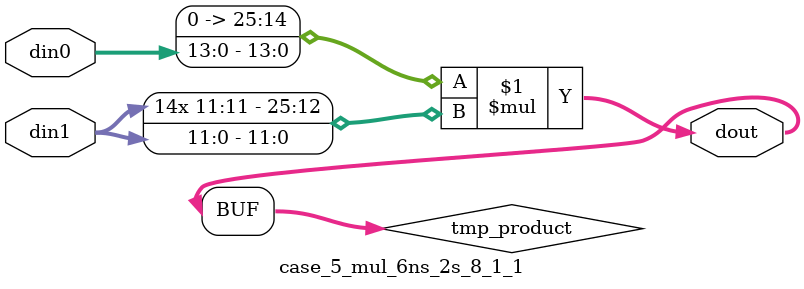
<source format=v>

`timescale 1 ns / 1 ps

 (* use_dsp = "no" *)  module case_5_mul_6ns_2s_8_1_1(din0, din1, dout);
parameter ID = 1;
parameter NUM_STAGE = 0;
parameter din0_WIDTH = 14;
parameter din1_WIDTH = 12;
parameter dout_WIDTH = 26;

input [din0_WIDTH - 1 : 0] din0; 
input [din1_WIDTH - 1 : 0] din1; 
output [dout_WIDTH - 1 : 0] dout;

wire signed [dout_WIDTH - 1 : 0] tmp_product;

























assign tmp_product = $signed({1'b0, din0}) * $signed(din1);










assign dout = tmp_product;





















endmodule

</source>
